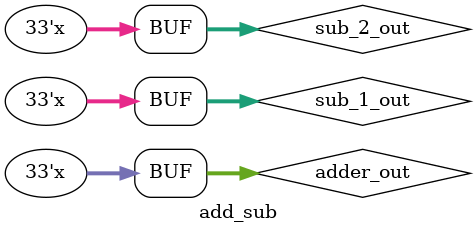
<source format=sv>
`timescale 1ns / 1ps

interface add_sub_conect #(parameter NUM_OF_BITS=32) (input clk);
    //Input 
    logic [NUM_OF_BITS -1:0] A;
    logic [NUM_OF_BITS -1:0] B;
    logic [NUM_OF_BITS -1:0] N;
    logic B_bit;
    logic carry_in;
    logic borrow_1_in;
    logic borrow_2_in;
    logic enable;
    logic reset_n;
    
    //Output
    logic [NUM_OF_BITS -1:0] S0;
    logic [NUM_OF_BITS -1:0] S1;
    logic [NUM_OF_BITS -1:0] S2;
    logic carry_out;
    logic borrow_1_out;
    logic borrow_2_out;
    modport TB (output A, B, N, B_bit, carry_in, borrow_1_in, borrow_2_in, enable, reset_n, input S0, S1, S2, carry_out, borrow_1_out, borrow_2_out, clk);
    modport DUT (input A, B, N, B_bit, carry_in, borrow_1_in, borrow_2_in, enable, reset_n, clk, output S0, S1, S2, carry_out, borrow_1_out, borrow_2_out);
endinterface
        
module add_sub #(parameter NUM_OF_BITS=32) ( add_sub_conect conect);
logic [NUM_OF_BITS:0] adder_out_A;
logic [NUM_OF_BITS:0] adder_out_C;
logic [NUM_OF_BITS:0] adder_out;


logic signed [NUM_OF_BITS:0] sub_1_out;
logic signed [NUM_OF_BITS:0] sub_2_out;


always @* begin
     adder_out_A <= conect.A + conect.B + conect.carry_in;
     adder_out_C <= conect.B + conect.carry_in;
     adder_out <= conect.B_bit ? adder_out_A : adder_out_C;
    
     sub_1_out <= signed'(adder_out) - signed'(conect.N) - conect.borrow_1_in;
    
     sub_2_out <= signed'(adder_out) - signed'(conect.N << 1) - conect.borrow_2_in;
end

always_ff @(posedge conect.clk) begin

    if(conect.reset_n == 0) begin
     conect.S0 <= 0;
     conect.S1 <= 0;
     conect.S2 <= 0;
     conect.carry_out <= 0;
     conect.borrow_1_out <= 0;
     conect.borrow_2_out <= 0;
    
   end else if(conect.enable == 1) begin
     conect.S0 <= adder_out[NUM_OF_BITS-1:0];
     conect.S1 <= sub_1_out[NUM_OF_BITS-1:0];
     conect.S2 <= sub_2_out[NUM_OF_BITS-1:0];
     conect.carry_out <= adder_out[NUM_OF_BITS];
     conect.borrow_1_out <= sub_1_out[NUM_OF_BITS];
     conect.borrow_2_out <= sub_2_out[NUM_OF_BITS];
    end
end

endmodule

</source>
